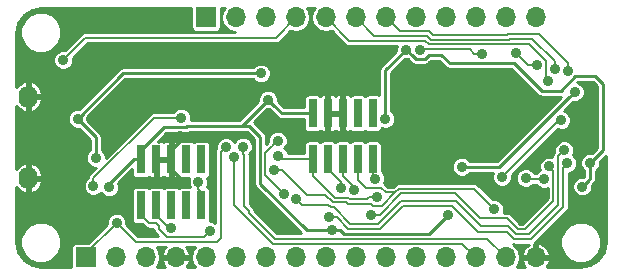
<source format=gbr>
G04 #@! TF.GenerationSoftware,KiCad,Pcbnew,(2017-05-26 revision 1fda668)-master*
G04 #@! TF.CreationDate,2017-06-12T11:29:52-07:00*
G04 #@! TF.ProjectId,feather_five,666561746865725F666976652E6B6963,rev?*
G04 #@! TF.FileFunction,Copper,L2,Bot,Signal*
G04 #@! TF.FilePolarity,Positive*
%FSLAX46Y46*%
G04 Gerber Fmt 4.6, Leading zero omitted, Abs format (unit mm)*
G04 Created by KiCad (PCBNEW (2017-05-26 revision 1fda668)-master) date Monday, June 12, 2017 'AMt' 11:29:52 AM*
%MOMM*%
%LPD*%
G01*
G04 APERTURE LIST*
%ADD10C,0.100000*%
%ADD11O,1.700000X1.700000*%
%ADD12R,1.700000X1.700000*%
%ADD13R,0.750000X2.400000*%
%ADD14O,1.600000X1.900000*%
%ADD15C,0.914400*%
%ADD16C,0.254000*%
%ADD17C,0.203200*%
G04 APERTURE END LIST*
D10*
D11*
X135890000Y-62230000D03*
X133350000Y-62230000D03*
X130810000Y-62230000D03*
X128270000Y-62230000D03*
X125730000Y-62230000D03*
X123190000Y-62230000D03*
X120650000Y-62230000D03*
X118110000Y-62230000D03*
X115570000Y-62230000D03*
X113030000Y-62230000D03*
X110490000Y-62230000D03*
D12*
X107950000Y-62230000D03*
D11*
X135890000Y-82550000D03*
X133350000Y-82550000D03*
X130810000Y-82550000D03*
X128270000Y-82550000D03*
X125730000Y-82550000D03*
X123190000Y-82550000D03*
X120650000Y-82550000D03*
X118110000Y-82550000D03*
X115570000Y-82550000D03*
X113030000Y-82550000D03*
X110490000Y-82550000D03*
X107950000Y-82550000D03*
X105410000Y-82550000D03*
X102870000Y-82550000D03*
X100330000Y-82550000D03*
D12*
X97790000Y-82550000D03*
D13*
X102463600Y-74250000D03*
X102463600Y-78150000D03*
X103733600Y-74250000D03*
X103733600Y-78150000D03*
X105003600Y-74250000D03*
X105003600Y-78150000D03*
X106273600Y-74250000D03*
X106273600Y-78150000D03*
X107543600Y-74250000D03*
X107543600Y-78150000D03*
X122072400Y-74238400D03*
X122072400Y-70338400D03*
X120802400Y-74238400D03*
X120802400Y-70338400D03*
X119532400Y-74238400D03*
X119532400Y-70338400D03*
X118262400Y-74238400D03*
X118262400Y-70338400D03*
X116992400Y-74238400D03*
X116992400Y-70338400D03*
D14*
X92892500Y-68940000D03*
X92892500Y-75840000D03*
D15*
X118665152Y-80226778D03*
X99771200Y-76631800D03*
X128422400Y-79007554D03*
X129619373Y-74885816D03*
X139166600Y-68554600D03*
X113207800Y-69189600D03*
X99014280Y-66456560D03*
X105740200Y-72308720D03*
X119684800Y-72186800D03*
X99923600Y-78054200D03*
X114390857Y-79476703D03*
X117664007Y-64145362D03*
X127078697Y-66265012D03*
X140766790Y-68249800D03*
X123889769Y-74661105D03*
X134245792Y-78781375D03*
X137490200Y-82473800D03*
X113639600Y-65379600D03*
X105892600Y-76250800D03*
X97180400Y-73812400D03*
X132763850Y-71919750D03*
X132763850Y-70632250D03*
X134051350Y-71919750D03*
X134051350Y-70632250D03*
X123148908Y-70831549D03*
X124920517Y-64955150D03*
X139801557Y-76555600D03*
X140487434Y-74549000D03*
X135026356Y-75831261D03*
X136601168Y-75903710D03*
X122289543Y-75884797D03*
X100380800Y-79603600D03*
X114020600Y-72669400D03*
X114575946Y-77216580D03*
X109641034Y-73207212D03*
X98628198Y-74117200D03*
X112604528Y-66981230D03*
X97078800Y-70815200D03*
X108254800Y-80340200D03*
X104973216Y-80055919D03*
X131310070Y-65303390D03*
X95859600Y-65836800D03*
X126101145Y-64959633D03*
X105873111Y-70733862D03*
X98425000Y-76504800D03*
X111087993Y-73187163D03*
X110357273Y-74066404D03*
X113745044Y-75143850D03*
X132372713Y-78479818D03*
X122443364Y-77431474D03*
X114071400Y-73964800D03*
X120497600Y-76885798D03*
X119343964Y-76713426D03*
X138018018Y-70942992D03*
X133023288Y-75741529D03*
X135959810Y-66285986D03*
X134170553Y-65247091D03*
X136943012Y-67619193D03*
X137467421Y-66611478D03*
X138567822Y-66752587D03*
X115617990Y-77620560D03*
X138277570Y-73480806D03*
X118358375Y-79152095D03*
X138557011Y-74598417D03*
X107315000Y-76149200D03*
X121899530Y-78934388D03*
X137007579Y-74855198D03*
D16*
X106377234Y-71399402D02*
X110413798Y-71399402D01*
X106255317Y-71521319D02*
X106377234Y-71399402D01*
X104367281Y-71521319D02*
X106255317Y-71521319D01*
X102463600Y-73425000D02*
X104367281Y-71521319D01*
X102463600Y-74250000D02*
X102463600Y-73425000D01*
X119311730Y-80226778D02*
X118665152Y-80226778D01*
X119641929Y-80556977D02*
X119311730Y-80226778D01*
X126872977Y-80556977D02*
X119641929Y-80556977D01*
X128422400Y-79007554D02*
X126872977Y-80556977D01*
X118018574Y-80226778D02*
X118665152Y-80226778D01*
X116472578Y-80226778D02*
X118018574Y-80226778D01*
X112547400Y-76301600D02*
X116472578Y-80226778D01*
X112547400Y-72339200D02*
X112547400Y-76301600D01*
X111607602Y-71399402D02*
X112547400Y-72339200D01*
X110413798Y-71399402D02*
X111607602Y-71399402D01*
X102463600Y-74250000D02*
X101834600Y-74250000D01*
X101834600Y-74250000D02*
X99771200Y-76313400D01*
X99771200Y-76313400D02*
X99771200Y-76631800D01*
X116992400Y-70338400D02*
X114356600Y-70338400D01*
X110413798Y-71399402D02*
X110997998Y-71399402D01*
X132790128Y-74879200D02*
X132783512Y-74885816D01*
X132783512Y-74885816D02*
X130265951Y-74885816D01*
X130265951Y-74885816D02*
X129619373Y-74885816D01*
X132790128Y-74879200D02*
X132790128Y-74880272D01*
X132790128Y-74879200D02*
X132765800Y-74879200D01*
X138709401Y-69011799D02*
X139166600Y-68554600D01*
X138657529Y-69011799D02*
X138709401Y-69011799D01*
X132790128Y-74879200D02*
X138657529Y-69011799D01*
X113664999Y-69646799D02*
X113207800Y-69189600D01*
X114356600Y-70338400D02*
X113664999Y-69646799D01*
X112750601Y-69646799D02*
X113207800Y-69189600D01*
X110997998Y-71399402D02*
X112750601Y-69646799D01*
X105740200Y-72688400D02*
X105740200Y-72308720D01*
X105003600Y-73425000D02*
X105740200Y-72688400D01*
X105003600Y-74250000D02*
X105003600Y-73425000D01*
X120040400Y-72085200D02*
X119786400Y-72085200D01*
X119786400Y-72085200D02*
X119684800Y-72186800D01*
X116878989Y-64146811D02*
X116880438Y-64145362D01*
X117017429Y-64145362D02*
X117664007Y-64145362D01*
X116880438Y-64145362D02*
X117017429Y-64145362D01*
X127000000Y-66413908D02*
X127000000Y-66343709D01*
X127000000Y-66343709D02*
X127078697Y-66265012D01*
X140766800Y-68249790D02*
X140766790Y-68249800D01*
X140766800Y-67716400D02*
X140766800Y-68249790D01*
X123494800Y-74625200D02*
X123530705Y-74661105D01*
X123530705Y-74661105D02*
X123889769Y-74661105D01*
X133908800Y-78917800D02*
X134045225Y-78781375D01*
X134045225Y-78781375D02*
X134245792Y-78781375D01*
X105892600Y-75964000D02*
X105892600Y-76250800D01*
X105003600Y-75075000D02*
X105892600Y-75964000D01*
X105003600Y-74250000D02*
X105003600Y-75075000D01*
X97180400Y-73812400D02*
X97586800Y-74218800D01*
X123148908Y-70184971D02*
X123148908Y-70831549D01*
X123148908Y-66726759D02*
X123148908Y-70184971D01*
X124920517Y-64955150D02*
X123148908Y-66726759D01*
X125377716Y-65412349D02*
X124920517Y-64955150D01*
X125712401Y-65747034D02*
X125377716Y-65412349D01*
X126846532Y-65379600D02*
X126479098Y-65747034D01*
X126479098Y-65747034D02*
X125712401Y-65747034D01*
X128574800Y-66090800D02*
X127863600Y-65379600D01*
X127863600Y-65379600D02*
X126846532Y-65379600D01*
X140919200Y-67233800D02*
X139204578Y-67233800D01*
X140956182Y-67259190D02*
X140944590Y-67259190D01*
X140944590Y-67259190D02*
X140919200Y-67233800D01*
X141554200Y-67857208D02*
X140956182Y-67259190D01*
X140487434Y-74549000D02*
X141554200Y-73482234D01*
X139204578Y-67233800D02*
X137985378Y-68453000D01*
X137985378Y-68453000D02*
X136372600Y-68453000D01*
X136372600Y-68453000D02*
X134010400Y-66090800D01*
X134010400Y-66090800D02*
X128574800Y-66090800D01*
X141554200Y-73482234D02*
X141554200Y-67857208D01*
X140487434Y-74549000D02*
X140487434Y-75869723D01*
X140487434Y-75869723D02*
X140258756Y-76098401D01*
X140258756Y-76098401D02*
X139801557Y-76555600D01*
D17*
X135098805Y-75903710D02*
X135026356Y-75831261D01*
X136601168Y-75903710D02*
X135098805Y-75903710D01*
X122072400Y-75667654D02*
X122289543Y-75884797D01*
X122072400Y-74238400D02*
X122072400Y-75667654D01*
X100380800Y-79603600D02*
X97790000Y-82194400D01*
X97790000Y-82194400D02*
X97790000Y-82550000D01*
X100837999Y-80060799D02*
X100380800Y-79603600D01*
X102006401Y-81229201D02*
X100837999Y-80060799D01*
X108864399Y-81229201D02*
X102006401Y-81229201D01*
X109183835Y-80909765D02*
X108864399Y-81229201D01*
X109183835Y-73664411D02*
X109183835Y-80909765D01*
X109641034Y-73207212D02*
X109183835Y-73664411D01*
X112979201Y-75619835D02*
X112979201Y-73710799D01*
X112979201Y-73710799D02*
X113563401Y-73126599D01*
X113563401Y-73126599D02*
X114020600Y-72669400D01*
X114575946Y-77216580D02*
X112979201Y-75619835D01*
D16*
X97078800Y-70815200D02*
X98628198Y-72364598D01*
X98628198Y-73470622D02*
X98628198Y-74117200D01*
X98628198Y-72364598D02*
X98628198Y-73470622D01*
X100912770Y-66981230D02*
X111957950Y-66981230D01*
X111957950Y-66981230D02*
X112604528Y-66981230D01*
X97078800Y-70815200D02*
X100912770Y-66981230D01*
D17*
X103962202Y-80172667D02*
X104612325Y-80822790D01*
X104612325Y-80822790D02*
X107772210Y-80822790D01*
X107772210Y-80822790D02*
X107797601Y-80797399D01*
X107797601Y-80797399D02*
X108254800Y-80340200D01*
X103962202Y-79872836D02*
X103962202Y-80172667D01*
X103744167Y-79654801D02*
X103962202Y-79872836D01*
X103143401Y-79654801D02*
X103744167Y-79654801D01*
X102463600Y-78975000D02*
X103143401Y-79654801D01*
X102463600Y-78150000D02*
X102463600Y-78975000D01*
X104814519Y-80055919D02*
X104973216Y-80055919D01*
X103733600Y-78975000D02*
X104814519Y-80055919D01*
X103733600Y-78150000D02*
X103733600Y-78975000D01*
X130663492Y-65303390D02*
X131310070Y-65303390D01*
X126112989Y-64947789D02*
X130307891Y-64947789D01*
X130307891Y-64947789D02*
X130663492Y-65303390D01*
X126101145Y-64959633D02*
X126112989Y-64947789D01*
X113842800Y-63957200D02*
X97739200Y-63957200D01*
X97739200Y-63957200D02*
X95859600Y-65836800D01*
X115570000Y-62230000D02*
X113842800Y-63957200D01*
X98425000Y-76504800D02*
X98425000Y-75858222D01*
X98425000Y-75858222D02*
X103549360Y-70733862D01*
X103549360Y-70733862D02*
X105226533Y-70733862D01*
X105226533Y-70733862D02*
X105873111Y-70733862D01*
X111087993Y-73833741D02*
X111087993Y-73187163D01*
X111175800Y-73921548D02*
X111087993Y-73833741D01*
X111175800Y-78232000D02*
X111175800Y-73921548D01*
X111562153Y-78618353D02*
X111175800Y-78232000D01*
X123924468Y-81000611D02*
X123912645Y-80988788D01*
X123912645Y-80988788D02*
X122467355Y-80988788D01*
X122467355Y-80988788D02*
X122455532Y-81000611D01*
X122455532Y-81000611D02*
X121384468Y-81000611D01*
X121384468Y-81000611D02*
X121372645Y-80988788D01*
X121372645Y-80988788D02*
X113780188Y-80988788D01*
X113780188Y-80988788D02*
X111562153Y-78770753D01*
X111562153Y-78770753D02*
X111562153Y-78618353D01*
X125007355Y-80988788D02*
X124995532Y-81000611D01*
X124995532Y-81000611D02*
X123924468Y-81000611D01*
X131788788Y-80988788D02*
X127547355Y-80988788D01*
X127547355Y-80988788D02*
X127535532Y-81000611D01*
X127535532Y-81000611D02*
X126464468Y-81000611D01*
X126464468Y-81000611D02*
X126452645Y-80988788D01*
X126452645Y-80988788D02*
X125007355Y-80988788D01*
X133350000Y-82550000D02*
X131788788Y-80988788D01*
X129655199Y-81395199D02*
X127715695Y-81395199D01*
X122623872Y-81407022D02*
X121216128Y-81407022D01*
X121216128Y-81407022D02*
X121204305Y-81395199D01*
X121204305Y-81395199D02*
X113611848Y-81395199D01*
X113611848Y-81395199D02*
X110357273Y-78140624D01*
X110357273Y-78140624D02*
X110357273Y-74712982D01*
X110357273Y-74712982D02*
X110357273Y-74066404D01*
X126284305Y-81395199D02*
X125175695Y-81395199D01*
X125175695Y-81395199D02*
X125163872Y-81407022D01*
X125163872Y-81407022D02*
X123756128Y-81407022D01*
X123756128Y-81407022D02*
X123744305Y-81395199D01*
X123744305Y-81395199D02*
X122635695Y-81395199D01*
X122635695Y-81395199D02*
X122623872Y-81407022D01*
X127715695Y-81395199D02*
X127703872Y-81407022D01*
X127703872Y-81407022D02*
X126296128Y-81407022D01*
X126296128Y-81407022D02*
X126284305Y-81395199D01*
X130810000Y-82550000D02*
X129655199Y-81395199D01*
X130810000Y-82550000D02*
X131216402Y-82143598D01*
X121500473Y-76669473D02*
X120802400Y-75971400D01*
X120802400Y-75971400D02*
X120802400Y-74238400D01*
X123977400Y-77048364D02*
X122832289Y-78193475D01*
X123977400Y-77048364D02*
X123188016Y-77048364D01*
X123188016Y-77048364D02*
X122809125Y-76669473D01*
X122809125Y-76669473D02*
X121500473Y-76669473D01*
X124292384Y-76733380D02*
X123977400Y-77048364D01*
X132372713Y-78479818D02*
X130626275Y-76733380D01*
X130626275Y-76733380D02*
X124292384Y-76733380D01*
X122832289Y-78193475D02*
X122077603Y-78193475D01*
X122077603Y-78193475D02*
X121938343Y-78054215D01*
X121938343Y-78054215D02*
X119963498Y-78054215D01*
X119963498Y-78054215D02*
X119814272Y-77904989D01*
X119814272Y-77904989D02*
X118674649Y-77904989D01*
X118674649Y-77904989D02*
X118016791Y-77247131D01*
X118016791Y-77247131D02*
X116494903Y-77247131D01*
X116494903Y-77247131D02*
X114391622Y-75143850D01*
X114391622Y-75143850D02*
X113745044Y-75143850D01*
X121580456Y-77647804D02*
X121796786Y-77431474D01*
X121796786Y-77431474D02*
X122443364Y-77431474D01*
X116992400Y-75641600D02*
X118849381Y-77498581D01*
X116992400Y-74238400D02*
X116992400Y-75641600D01*
X118849381Y-77498581D02*
X119982615Y-77498581D01*
X119982615Y-77498581D02*
X120131838Y-77647804D01*
X120131838Y-77647804D02*
X121580456Y-77647804D01*
X116992400Y-74238400D02*
X114345000Y-74238400D01*
X114345000Y-74238400D02*
X114071400Y-73964800D01*
X120497600Y-76606800D02*
X120497600Y-76885798D01*
X119532400Y-75641600D02*
X120497600Y-76606800D01*
X119532400Y-74238400D02*
X119532400Y-75641600D01*
X119343964Y-76144964D02*
X119343964Y-76713426D01*
X118262400Y-75063400D02*
X119343964Y-76144964D01*
X118262400Y-74238400D02*
X118262400Y-75063400D01*
X133023288Y-75741529D02*
X137821825Y-70942992D01*
X137821825Y-70942992D02*
X138018018Y-70942992D01*
X135209448Y-66285986D02*
X135313232Y-66285986D01*
X135313232Y-66285986D02*
X135959810Y-66285986D01*
X134170553Y-65247091D02*
X135209448Y-66285986D01*
X133804791Y-64485089D02*
X135274539Y-64485089D01*
X136713611Y-67389792D02*
X136943012Y-67619193D01*
X135274539Y-64485089D02*
X136713611Y-65924161D01*
X133773858Y-64516022D02*
X133804791Y-64485089D01*
X126807731Y-64516022D02*
X133773858Y-64516022D01*
X125290752Y-64197623D02*
X126489332Y-64197623D01*
X120073149Y-64193149D02*
X125286278Y-64193149D01*
X118110000Y-62230000D02*
X120073149Y-64193149D01*
X136713611Y-65924161D02*
X136713611Y-67389792D01*
X125286278Y-64193149D02*
X125290752Y-64197623D01*
X126489332Y-64197623D02*
X126807731Y-64516022D01*
X126657672Y-63791212D02*
X126976071Y-64109611D01*
X133605518Y-64109611D02*
X133636451Y-64078678D01*
X120650000Y-62230000D02*
X122211212Y-63791212D01*
X133636451Y-64078678D02*
X135581199Y-64078678D01*
X135581199Y-64078678D02*
X137467421Y-65964900D01*
X126976071Y-64109611D02*
X133605518Y-64109611D01*
X122211212Y-63791212D02*
X126657672Y-63791212D01*
X137467421Y-65964900D02*
X137467421Y-66611478D01*
X138567822Y-66106009D02*
X138567822Y-66752587D01*
X133437178Y-63703200D02*
X133468111Y-63672267D01*
X127144411Y-63703200D02*
X133437178Y-63703200D01*
X133468111Y-63672267D02*
X136134080Y-63672267D01*
X123190000Y-62230000D02*
X124344801Y-63384801D01*
X136134080Y-63672267D02*
X138567822Y-66106009D01*
X126826012Y-63384801D02*
X127144411Y-63703200D01*
X124344801Y-63384801D02*
X126826012Y-63384801D01*
X120142000Y-82550000D02*
X120650000Y-82550000D01*
X118272668Y-78077759D02*
X116075189Y-78077759D01*
X116075189Y-78077759D02*
X115617990Y-77620560D01*
X133492951Y-79908401D02*
X131267201Y-79908401D01*
X138277570Y-73480806D02*
X137769589Y-73988787D01*
X134169707Y-80585157D02*
X133492951Y-79908401D01*
X129133600Y-77774800D02*
X124425866Y-77774800D01*
X137769589Y-73988787D02*
X137769589Y-78155811D01*
X137769589Y-78155811D02*
X135340243Y-80585157D01*
X135340243Y-80585157D02*
X134169707Y-80585157D01*
X131267201Y-79908401D02*
X129133600Y-77774800D01*
X124425866Y-77774800D02*
X122504277Y-79696389D01*
X122504277Y-79696389D02*
X120155704Y-79696389D01*
X120155704Y-79696389D02*
X118770715Y-78311400D01*
X118770715Y-78311400D02*
X118506309Y-78311400D01*
X118506309Y-78311400D02*
X118272668Y-78077759D01*
X138557011Y-74598417D02*
X138176000Y-74979428D01*
X138176000Y-74979428D02*
X138176000Y-78324151D01*
X134001367Y-80991568D02*
X133451611Y-80441812D01*
X120007402Y-80125166D02*
X119034331Y-79152095D01*
X138176000Y-78324151D02*
X135508583Y-80991568D01*
X135508583Y-80991568D02*
X134001367Y-80991568D01*
X131013212Y-80441812D02*
X128816944Y-78245544D01*
X133451611Y-80441812D02*
X131013212Y-80441812D01*
X119004953Y-79152095D02*
X118358375Y-79152095D01*
X128816944Y-78245544D02*
X124598856Y-78245544D01*
X124598856Y-78245544D02*
X122719234Y-80125166D01*
X122719234Y-80125166D02*
X120007402Y-80125166D01*
X119034331Y-79152095D02*
X119004953Y-79152095D01*
X107315000Y-76149200D02*
X107315000Y-76795778D01*
X107315000Y-76795778D02*
X107543600Y-77024378D01*
X107543600Y-77024378D02*
X107543600Y-78150000D01*
X133401130Y-79241828D02*
X131175378Y-79241828D01*
X137007579Y-74855198D02*
X137363178Y-75210797D01*
X134338047Y-80178746D02*
X133401130Y-79241828D01*
X134933854Y-80178746D02*
X134338047Y-80178746D01*
X137363178Y-77749422D02*
X134933854Y-80178746D01*
X137363178Y-75210797D02*
X137363178Y-77749422D01*
X131175378Y-79241828D02*
X129073341Y-77139791D01*
X129073341Y-77139791D02*
X124486124Y-77139791D01*
X124486124Y-77139791D02*
X122691527Y-78934388D01*
X122691527Y-78934388D02*
X122546108Y-78934388D01*
X122546108Y-78934388D02*
X121899530Y-78934388D01*
D16*
G36*
X106711536Y-63080000D02*
X106741106Y-63228659D01*
X106825314Y-63354686D01*
X106951341Y-63438894D01*
X107100000Y-63468464D01*
X108800000Y-63468464D01*
X108948659Y-63438894D01*
X109074686Y-63354686D01*
X109158894Y-63228659D01*
X109188464Y-63080000D01*
X109188464Y-61416000D01*
X109565720Y-61416000D01*
X109352704Y-61734800D01*
X109259000Y-62205883D01*
X109259000Y-62254117D01*
X109352704Y-62725200D01*
X109619552Y-63124565D01*
X110018917Y-63391413D01*
X110437127Y-63474600D01*
X97739205Y-63474600D01*
X97739200Y-63474599D01*
X97554517Y-63511336D01*
X97397950Y-63615950D01*
X96015164Y-64998736D01*
X95693603Y-64998455D01*
X95385418Y-65125795D01*
X95149423Y-65361378D01*
X95021546Y-65669340D01*
X95021255Y-66002797D01*
X95148595Y-66310982D01*
X95384178Y-66546977D01*
X95692140Y-66674854D01*
X96025597Y-66675145D01*
X96333782Y-66547805D01*
X96569777Y-66312222D01*
X96697654Y-66004260D01*
X96697936Y-65680964D01*
X97939100Y-64439800D01*
X113842800Y-64439800D01*
X114027483Y-64403064D01*
X114184050Y-64298450D01*
X115094223Y-63388277D01*
X115098917Y-63391413D01*
X115570000Y-63485117D01*
X116041083Y-63391413D01*
X116440448Y-63124565D01*
X116707296Y-62725200D01*
X116801000Y-62254117D01*
X116801000Y-62205883D01*
X116707296Y-61734800D01*
X116494280Y-61416000D01*
X117185720Y-61416000D01*
X116972704Y-61734800D01*
X116879000Y-62205883D01*
X116879000Y-62254117D01*
X116972704Y-62725200D01*
X117239552Y-63124565D01*
X117638917Y-63391413D01*
X118110000Y-63485117D01*
X118581083Y-63391413D01*
X118585777Y-63388277D01*
X119731899Y-64534399D01*
X119888466Y-64639013D01*
X120073149Y-64675749D01*
X124128945Y-64675749D01*
X124082463Y-64787690D01*
X124082212Y-65075034D01*
X122789698Y-66367549D01*
X122679577Y-66532356D01*
X122640908Y-66726759D01*
X122640908Y-68809473D01*
X122596059Y-68779506D01*
X122447400Y-68749936D01*
X121697400Y-68749936D01*
X121548741Y-68779506D01*
X121437400Y-68853901D01*
X121326059Y-68779506D01*
X121177400Y-68749936D01*
X120427400Y-68749936D01*
X120278741Y-68779506D01*
X120163993Y-68856178D01*
X120123219Y-68815404D01*
X119983185Y-68757400D01*
X119754650Y-68757400D01*
X119659400Y-68852650D01*
X119659400Y-70211400D01*
X119679400Y-70211400D01*
X119679400Y-70465400D01*
X119659400Y-70465400D01*
X119659400Y-71824150D01*
X119754650Y-71919400D01*
X119983185Y-71919400D01*
X120123219Y-71861396D01*
X120163993Y-71820622D01*
X120278741Y-71897294D01*
X120427400Y-71926864D01*
X121177400Y-71926864D01*
X121326059Y-71897294D01*
X121437400Y-71822899D01*
X121548741Y-71897294D01*
X121697400Y-71926864D01*
X122447400Y-71926864D01*
X122596059Y-71897294D01*
X122722086Y-71813086D01*
X122806294Y-71687059D01*
X122822864Y-71603753D01*
X122981448Y-71669603D01*
X123314905Y-71669894D01*
X123623090Y-71542554D01*
X123859085Y-71306971D01*
X123986962Y-70999009D01*
X123987253Y-70665552D01*
X123859913Y-70357367D01*
X123656908Y-70154007D01*
X123656908Y-66937179D01*
X124800842Y-65793246D01*
X125040402Y-65793455D01*
X125353191Y-66106244D01*
X125517998Y-66216365D01*
X125712401Y-66255034D01*
X126479098Y-66255034D01*
X126673501Y-66216365D01*
X126838308Y-66106244D01*
X127056952Y-65887600D01*
X127653180Y-65887600D01*
X128215590Y-66450010D01*
X128380397Y-66560131D01*
X128574800Y-66598800D01*
X133799980Y-66598800D01*
X136013390Y-68812210D01*
X136178196Y-68922331D01*
X136210450Y-68928746D01*
X136372600Y-68961000D01*
X137985378Y-68961000D01*
X137991033Y-68959875D01*
X132573092Y-74377816D01*
X130296619Y-74377816D01*
X130094795Y-74175639D01*
X129786833Y-74047762D01*
X129453376Y-74047471D01*
X129145191Y-74174811D01*
X128909196Y-74410394D01*
X128781319Y-74718356D01*
X128781028Y-75051813D01*
X128908368Y-75359998D01*
X129143951Y-75595993D01*
X129451913Y-75723870D01*
X129785370Y-75724161D01*
X130093555Y-75596821D01*
X130296915Y-75393816D01*
X132260082Y-75393816D01*
X132185234Y-75574069D01*
X132184943Y-75907526D01*
X132312283Y-76215711D01*
X132547866Y-76451706D01*
X132855828Y-76579583D01*
X133189285Y-76579874D01*
X133497470Y-76452534D01*
X133733465Y-76216951D01*
X133861342Y-75908989D01*
X133861624Y-75585693D01*
X137720342Y-71726975D01*
X137850558Y-71781046D01*
X138184015Y-71781337D01*
X138492200Y-71653997D01*
X138728195Y-71418414D01*
X138856072Y-71110452D01*
X138856363Y-70776995D01*
X138729023Y-70468810D01*
X138493440Y-70232815D01*
X138254252Y-70133496D01*
X138912285Y-69475463D01*
X139036169Y-69392686D01*
X139332597Y-69392945D01*
X139640782Y-69265605D01*
X139876777Y-69030022D01*
X140004654Y-68722060D01*
X140004945Y-68388603D01*
X139877605Y-68080418D01*
X139642022Y-67844423D01*
X139409095Y-67747703D01*
X139414998Y-67741800D01*
X140720372Y-67741800D01*
X141046200Y-68067628D01*
X141046200Y-73271814D01*
X140607110Y-73710904D01*
X140321437Y-73710655D01*
X140013252Y-73837995D01*
X139777257Y-74073578D01*
X139649380Y-74381540D01*
X139649089Y-74714997D01*
X139776429Y-75023182D01*
X139979434Y-75226542D01*
X139979434Y-75659303D01*
X139921233Y-75717504D01*
X139635560Y-75717255D01*
X139327375Y-75844595D01*
X139091380Y-76080178D01*
X138963503Y-76388140D01*
X138963212Y-76721597D01*
X139090552Y-77029782D01*
X139326135Y-77265777D01*
X139634097Y-77393654D01*
X139967554Y-77393945D01*
X140275739Y-77266605D01*
X140511734Y-77031022D01*
X140639611Y-76723060D01*
X140639862Y-76435715D01*
X140846645Y-76228933D01*
X140956765Y-76064126D01*
X140995434Y-75869723D01*
X140995434Y-75226246D01*
X141197611Y-75024422D01*
X141325488Y-74716460D01*
X141325739Y-74429115D01*
X141784000Y-73970854D01*
X141784000Y-81235089D01*
X141617112Y-82074094D01*
X141167293Y-82747293D01*
X140494094Y-83197112D01*
X139655089Y-83364000D01*
X136792665Y-83364000D01*
X136867652Y-83298056D01*
X137079501Y-82866982D01*
X137019193Y-82677000D01*
X136017000Y-82677000D01*
X136017000Y-82697000D01*
X135763000Y-82697000D01*
X135763000Y-82677000D01*
X134760807Y-82677000D01*
X134700499Y-82866982D01*
X134912348Y-83298056D01*
X134987335Y-83364000D01*
X134274280Y-83364000D01*
X134487296Y-83045200D01*
X134581000Y-82574117D01*
X134581000Y-82525883D01*
X134487296Y-82054800D01*
X134220448Y-81655435D01*
X133927036Y-81459382D01*
X134001367Y-81474168D01*
X135298598Y-81474168D01*
X135273036Y-81484755D01*
X134912348Y-81801944D01*
X134700499Y-82233018D01*
X134760807Y-82423000D01*
X135763000Y-82423000D01*
X135763000Y-81421373D01*
X136017000Y-81421373D01*
X136017000Y-82423000D01*
X137019193Y-82423000D01*
X137079501Y-82233018D01*
X136867652Y-81801944D01*
X136663949Y-81622807D01*
X137968700Y-81622807D01*
X138231674Y-82259252D01*
X138718187Y-82746614D01*
X139354172Y-83010699D01*
X140042807Y-83011300D01*
X140679252Y-82748326D01*
X141166614Y-82261813D01*
X141430699Y-81625828D01*
X141431300Y-80937193D01*
X141168326Y-80300748D01*
X140681813Y-79813386D01*
X140045828Y-79549301D01*
X139357193Y-79548700D01*
X138720748Y-79811674D01*
X138233386Y-80298187D01*
X137969301Y-80934172D01*
X137968700Y-81622807D01*
X136663949Y-81622807D01*
X136506964Y-81484755D01*
X136206980Y-81360511D01*
X136017000Y-81421373D01*
X135763000Y-81421373D01*
X135732110Y-81411477D01*
X135849833Y-81332818D01*
X138517250Y-78665401D01*
X138621864Y-78508834D01*
X138658600Y-78324151D01*
X138658600Y-75436706D01*
X138723008Y-75436762D01*
X139031193Y-75309422D01*
X139267188Y-75073839D01*
X139395065Y-74765877D01*
X139395356Y-74432420D01*
X139268016Y-74124235D01*
X139032433Y-73888240D01*
X139018398Y-73882412D01*
X139115624Y-73648266D01*
X139115915Y-73314809D01*
X138988575Y-73006624D01*
X138752992Y-72770629D01*
X138445030Y-72642752D01*
X138111573Y-72642461D01*
X137803388Y-72769801D01*
X137567393Y-73005384D01*
X137439516Y-73313346D01*
X137439234Y-73636642D01*
X137428339Y-73647537D01*
X137323725Y-73804104D01*
X137286989Y-73988787D01*
X137286989Y-74063630D01*
X137175039Y-74017144D01*
X136841582Y-74016853D01*
X136533397Y-74144193D01*
X136297402Y-74379776D01*
X136169525Y-74687738D01*
X136169234Y-75021195D01*
X136223605Y-75152783D01*
X136126986Y-75192705D01*
X135898182Y-75421110D01*
X135763818Y-75421110D01*
X135737361Y-75357079D01*
X135501778Y-75121084D01*
X135193816Y-74993207D01*
X134860359Y-74992916D01*
X134552174Y-75120256D01*
X134316179Y-75355839D01*
X134188302Y-75663801D01*
X134188011Y-75997258D01*
X134315351Y-76305443D01*
X134550934Y-76541438D01*
X134858896Y-76669315D01*
X135192353Y-76669606D01*
X135500538Y-76542266D01*
X135656767Y-76386310D01*
X135898566Y-76386310D01*
X136125746Y-76613887D01*
X136433708Y-76741764D01*
X136767165Y-76742055D01*
X136880578Y-76695193D01*
X136880578Y-77549522D01*
X134733954Y-79696146D01*
X134537947Y-79696146D01*
X133742380Y-78900578D01*
X133585813Y-78795964D01*
X133401130Y-78759228D01*
X133164281Y-78759228D01*
X133210767Y-78647278D01*
X133211058Y-78313821D01*
X133083718Y-78005636D01*
X132848135Y-77769641D01*
X132540173Y-77641764D01*
X132216877Y-77641482D01*
X130967525Y-76392130D01*
X130810958Y-76287516D01*
X130626275Y-76250780D01*
X124292389Y-76250780D01*
X124292384Y-76250779D01*
X124107701Y-76287516D01*
X123951134Y-76392130D01*
X123951132Y-76392133D01*
X123777500Y-76565764D01*
X123387916Y-76565764D01*
X123150375Y-76328223D01*
X123042841Y-76256372D01*
X123127597Y-76052257D01*
X123127888Y-75718800D01*
X123000548Y-75410615D01*
X122835864Y-75245643D01*
X122835864Y-73038400D01*
X122806294Y-72889741D01*
X122722086Y-72763714D01*
X122596059Y-72679506D01*
X122447400Y-72649936D01*
X121697400Y-72649936D01*
X121548741Y-72679506D01*
X121437400Y-72753901D01*
X121326059Y-72679506D01*
X121177400Y-72649936D01*
X120427400Y-72649936D01*
X120278741Y-72679506D01*
X120167400Y-72753901D01*
X120056059Y-72679506D01*
X119907400Y-72649936D01*
X119157400Y-72649936D01*
X119008741Y-72679506D01*
X118897400Y-72753901D01*
X118786059Y-72679506D01*
X118637400Y-72649936D01*
X117887400Y-72649936D01*
X117738741Y-72679506D01*
X117627400Y-72753901D01*
X117516059Y-72679506D01*
X117367400Y-72649936D01*
X116617400Y-72649936D01*
X116468741Y-72679506D01*
X116342714Y-72763714D01*
X116258506Y-72889741D01*
X116228936Y-73038400D01*
X116228936Y-73755800D01*
X114891976Y-73755800D01*
X114782405Y-73490618D01*
X114583738Y-73291604D01*
X114730777Y-73144822D01*
X114858654Y-72836860D01*
X114858945Y-72503403D01*
X114731605Y-72195218D01*
X114496022Y-71959223D01*
X114188060Y-71831346D01*
X113854603Y-71831055D01*
X113546418Y-71958395D01*
X113310423Y-72193978D01*
X113182546Y-72501940D01*
X113182264Y-72825237D01*
X113055400Y-72952101D01*
X113055400Y-72339200D01*
X113016731Y-72144797D01*
X113016731Y-72144796D01*
X112906610Y-71979990D01*
X112021220Y-71094600D01*
X113088124Y-70027696D01*
X113327685Y-70027905D01*
X113997390Y-70697611D01*
X114162197Y-70807731D01*
X114356600Y-70846400D01*
X116228936Y-70846400D01*
X116228936Y-71538400D01*
X116258506Y-71687059D01*
X116342714Y-71813086D01*
X116468741Y-71897294D01*
X116617400Y-71926864D01*
X117367400Y-71926864D01*
X117516059Y-71897294D01*
X117630807Y-71820622D01*
X117671581Y-71861396D01*
X117811615Y-71919400D01*
X118040150Y-71919400D01*
X118135400Y-71824150D01*
X118135400Y-70465400D01*
X118389400Y-70465400D01*
X118389400Y-71824150D01*
X118484650Y-71919400D01*
X118713185Y-71919400D01*
X118853219Y-71861396D01*
X118897400Y-71817215D01*
X118941581Y-71861396D01*
X119081615Y-71919400D01*
X119310150Y-71919400D01*
X119405400Y-71824150D01*
X119405400Y-70465400D01*
X118389400Y-70465400D01*
X118135400Y-70465400D01*
X118115400Y-70465400D01*
X118115400Y-70211400D01*
X118135400Y-70211400D01*
X118135400Y-68852650D01*
X118389400Y-68852650D01*
X118389400Y-70211400D01*
X119405400Y-70211400D01*
X119405400Y-68852650D01*
X119310150Y-68757400D01*
X119081615Y-68757400D01*
X118941581Y-68815404D01*
X118897400Y-68859585D01*
X118853219Y-68815404D01*
X118713185Y-68757400D01*
X118484650Y-68757400D01*
X118389400Y-68852650D01*
X118135400Y-68852650D01*
X118040150Y-68757400D01*
X117811615Y-68757400D01*
X117671581Y-68815404D01*
X117630807Y-68856178D01*
X117516059Y-68779506D01*
X117367400Y-68749936D01*
X116617400Y-68749936D01*
X116468741Y-68779506D01*
X116342714Y-68863714D01*
X116258506Y-68989741D01*
X116228936Y-69138400D01*
X116228936Y-69830400D01*
X114567021Y-69830400D01*
X114045896Y-69309276D01*
X114046145Y-69023603D01*
X113918805Y-68715418D01*
X113683222Y-68479423D01*
X113375260Y-68351546D01*
X113041803Y-68351255D01*
X112733618Y-68478595D01*
X112497623Y-68714178D01*
X112369746Y-69022140D01*
X112369495Y-69309485D01*
X110787578Y-70891402D01*
X106711174Y-70891402D01*
X106711456Y-70567865D01*
X106584116Y-70259680D01*
X106348533Y-70023685D01*
X106040571Y-69895808D01*
X105707114Y-69895517D01*
X105398929Y-70022857D01*
X105170125Y-70251262D01*
X103549360Y-70251262D01*
X103364677Y-70287998D01*
X103208110Y-70392612D01*
X103208108Y-70392615D01*
X99466383Y-74134339D01*
X99466543Y-73951203D01*
X99339203Y-73643018D01*
X99136198Y-73439658D01*
X99136198Y-72364598D01*
X99097529Y-72170195D01*
X98987408Y-72005388D01*
X97916896Y-70934876D01*
X97917105Y-70695315D01*
X101123191Y-67489230D01*
X111927282Y-67489230D01*
X112129106Y-67691407D01*
X112437068Y-67819284D01*
X112770525Y-67819575D01*
X113078710Y-67692235D01*
X113314705Y-67456652D01*
X113442582Y-67148690D01*
X113442873Y-66815233D01*
X113315533Y-66507048D01*
X113079950Y-66271053D01*
X112771988Y-66143176D01*
X112438531Y-66142885D01*
X112130346Y-66270225D01*
X111926986Y-66473230D01*
X100912770Y-66473230D01*
X100750620Y-66505484D01*
X100718366Y-66511899D01*
X100553559Y-66622020D01*
X97198476Y-69977104D01*
X96912803Y-69976855D01*
X96604618Y-70104195D01*
X96368623Y-70339778D01*
X96240746Y-70647740D01*
X96240455Y-70981197D01*
X96367795Y-71289382D01*
X96603378Y-71525377D01*
X96911340Y-71653254D01*
X97198685Y-71653505D01*
X98120198Y-72575018D01*
X98120198Y-73439954D01*
X97918021Y-73641778D01*
X97790144Y-73949740D01*
X97789853Y-74283197D01*
X97917193Y-74591382D01*
X98152776Y-74827377D01*
X98460738Y-74955254D01*
X98645307Y-74955415D01*
X98083750Y-75516972D01*
X97979136Y-75673539D01*
X97955609Y-75791815D01*
X97950818Y-75793795D01*
X97714823Y-76029378D01*
X97586946Y-76337340D01*
X97586655Y-76670797D01*
X97713995Y-76978982D01*
X97949578Y-77214977D01*
X98257540Y-77342854D01*
X98590997Y-77343145D01*
X98899182Y-77215805D01*
X99045303Y-77069940D01*
X99060195Y-77105982D01*
X99295778Y-77341977D01*
X99603740Y-77469854D01*
X99937197Y-77470145D01*
X100245382Y-77342805D01*
X100481377Y-77107222D01*
X100609254Y-76799260D01*
X100609545Y-76465803D01*
X100529921Y-76273099D01*
X101700136Y-75102884D01*
X101700136Y-75450000D01*
X101729706Y-75598659D01*
X101813914Y-75724686D01*
X101939941Y-75808894D01*
X102088600Y-75838464D01*
X102838600Y-75838464D01*
X102987259Y-75808894D01*
X103102007Y-75732222D01*
X103142781Y-75772996D01*
X103282815Y-75831000D01*
X103511350Y-75831000D01*
X103606600Y-75735750D01*
X103606600Y-74377000D01*
X103860600Y-74377000D01*
X103860600Y-75735750D01*
X103955850Y-75831000D01*
X104184385Y-75831000D01*
X104324419Y-75772996D01*
X104368600Y-75728815D01*
X104412781Y-75772996D01*
X104552815Y-75831000D01*
X104781350Y-75831000D01*
X104876600Y-75735750D01*
X104876600Y-74377000D01*
X103860600Y-74377000D01*
X103606600Y-74377000D01*
X103586600Y-74377000D01*
X103586600Y-74123000D01*
X103606600Y-74123000D01*
X103606600Y-74103000D01*
X103860600Y-74103000D01*
X103860600Y-74123000D01*
X104876600Y-74123000D01*
X104876600Y-72764250D01*
X104781350Y-72669000D01*
X104552815Y-72669000D01*
X104412781Y-72727004D01*
X104368600Y-72771185D01*
X104324419Y-72727004D01*
X104184385Y-72669000D01*
X103955850Y-72669000D01*
X103860602Y-72764248D01*
X103860602Y-72746418D01*
X104577702Y-72029319D01*
X106255317Y-72029319D01*
X106449720Y-71990650D01*
X106574309Y-71907402D01*
X111397182Y-71907402D01*
X112039400Y-72549620D01*
X112039400Y-76301600D01*
X112078069Y-76496003D01*
X112188190Y-76660810D01*
X116033568Y-80506188D01*
X113980088Y-80506188D01*
X112032959Y-78559059D01*
X112008017Y-78433670D01*
X111982489Y-78395464D01*
X111903403Y-78277103D01*
X111903400Y-78277101D01*
X111658400Y-78032100D01*
X111658400Y-73921548D01*
X111638578Y-73821898D01*
X111798170Y-73662585D01*
X111926047Y-73354623D01*
X111926338Y-73021166D01*
X111798998Y-72712981D01*
X111563415Y-72476986D01*
X111255453Y-72349109D01*
X110921996Y-72348818D01*
X110613811Y-72476158D01*
X110377816Y-72711741D01*
X110360487Y-72753475D01*
X110352039Y-72733030D01*
X110116456Y-72497035D01*
X109808494Y-72369158D01*
X109475037Y-72368867D01*
X109166852Y-72496207D01*
X108930857Y-72731790D01*
X108802980Y-73039752D01*
X108802689Y-73373209D01*
X108805156Y-73379179D01*
X108737971Y-73479728D01*
X108701235Y-73664411D01*
X108701235Y-79617987D01*
X108422260Y-79502146D01*
X108275250Y-79502018D01*
X108277494Y-79498659D01*
X108307064Y-79350000D01*
X108307064Y-76950000D01*
X108277494Y-76801341D01*
X108193286Y-76675314D01*
X108067259Y-76591106D01*
X108041243Y-76585931D01*
X108153054Y-76316660D01*
X108153345Y-75983203D01*
X108078279Y-75801531D01*
X108193286Y-75724686D01*
X108277494Y-75598659D01*
X108307064Y-75450000D01*
X108307064Y-73050000D01*
X108277494Y-72901341D01*
X108193286Y-72775314D01*
X108067259Y-72691106D01*
X107918600Y-72661536D01*
X107168600Y-72661536D01*
X107019941Y-72691106D01*
X106908600Y-72765501D01*
X106797259Y-72691106D01*
X106648600Y-72661536D01*
X105898600Y-72661536D01*
X105749941Y-72691106D01*
X105635193Y-72767778D01*
X105594419Y-72727004D01*
X105454385Y-72669000D01*
X105225850Y-72669000D01*
X105130600Y-72764250D01*
X105130600Y-74123000D01*
X105150600Y-74123000D01*
X105150600Y-74377000D01*
X105130600Y-74377000D01*
X105130600Y-75735750D01*
X105225850Y-75831000D01*
X105454385Y-75831000D01*
X105594419Y-75772996D01*
X105635193Y-75732222D01*
X105749941Y-75808894D01*
X105898600Y-75838464D01*
X106536439Y-75838464D01*
X106476946Y-75981740D01*
X106476655Y-76315197D01*
X106578441Y-76561536D01*
X105898600Y-76561536D01*
X105749941Y-76591106D01*
X105638600Y-76665501D01*
X105527259Y-76591106D01*
X105378600Y-76561536D01*
X104628600Y-76561536D01*
X104479941Y-76591106D01*
X104368600Y-76665501D01*
X104257259Y-76591106D01*
X104108600Y-76561536D01*
X103358600Y-76561536D01*
X103209941Y-76591106D01*
X103098600Y-76665501D01*
X102987259Y-76591106D01*
X102838600Y-76561536D01*
X102088600Y-76561536D01*
X101939941Y-76591106D01*
X101813914Y-76675314D01*
X101729706Y-76801341D01*
X101700136Y-76950000D01*
X101700136Y-79350000D01*
X101729706Y-79498659D01*
X101813914Y-79624686D01*
X101939941Y-79708894D01*
X102088600Y-79738464D01*
X102544564Y-79738464D01*
X102802151Y-79996051D01*
X102958718Y-80100665D01*
X103143401Y-80137402D01*
X103143406Y-80137401D01*
X103479602Y-80137401D01*
X103479602Y-80172667D01*
X103516338Y-80357350D01*
X103620952Y-80513917D01*
X103853636Y-80746601D01*
X102206301Y-80746601D01*
X101218864Y-79759164D01*
X101219145Y-79437603D01*
X101091805Y-79129418D01*
X100856222Y-78893423D01*
X100548260Y-78765546D01*
X100214803Y-78765255D01*
X99906618Y-78892595D01*
X99670623Y-79128178D01*
X99542746Y-79436140D01*
X99542464Y-79759437D01*
X97990364Y-81311536D01*
X96940000Y-81311536D01*
X96791341Y-81341106D01*
X96665314Y-81425314D01*
X96581106Y-81551341D01*
X96551536Y-81700000D01*
X96551536Y-83364000D01*
X94024911Y-83364000D01*
X93185906Y-83197112D01*
X92512707Y-82747293D01*
X92062888Y-82074094D01*
X91973122Y-81622807D01*
X92248700Y-81622807D01*
X92511674Y-82259252D01*
X92998187Y-82746614D01*
X93634172Y-83010699D01*
X94322807Y-83011300D01*
X94959252Y-82748326D01*
X95446614Y-82261813D01*
X95710699Y-81625828D01*
X95711300Y-80937193D01*
X95448326Y-80300748D01*
X94961813Y-79813386D01*
X94325828Y-79549301D01*
X93637193Y-79548700D01*
X93000748Y-79811674D01*
X92513386Y-80298187D01*
X92249301Y-80934172D01*
X92248700Y-81622807D01*
X91973122Y-81622807D01*
X91896000Y-81235089D01*
X91896000Y-76614583D01*
X92178993Y-76932929D01*
X92583386Y-77129829D01*
X92765500Y-77068297D01*
X92765500Y-75967000D01*
X93019500Y-75967000D01*
X93019500Y-77068297D01*
X93201614Y-77129829D01*
X93606007Y-76932929D01*
X93912538Y-76588105D01*
X94063777Y-76152225D01*
X93979484Y-75967000D01*
X93019500Y-75967000D01*
X92765500Y-75967000D01*
X92745500Y-75967000D01*
X92745500Y-75713000D01*
X92765500Y-75713000D01*
X92765500Y-74611703D01*
X93019500Y-74611703D01*
X93019500Y-75713000D01*
X93979484Y-75713000D01*
X94063777Y-75527775D01*
X93912538Y-75091895D01*
X93606007Y-74747071D01*
X93201614Y-74550171D01*
X93019500Y-74611703D01*
X92765500Y-74611703D01*
X92583386Y-74550171D01*
X92178993Y-74747071D01*
X91896000Y-75065417D01*
X91896000Y-69714583D01*
X92178993Y-70032929D01*
X92583386Y-70229829D01*
X92765500Y-70168297D01*
X92765500Y-69067000D01*
X93019500Y-69067000D01*
X93019500Y-70168297D01*
X93201614Y-70229829D01*
X93606007Y-70032929D01*
X93912538Y-69688105D01*
X94063777Y-69252225D01*
X93979484Y-69067000D01*
X93019500Y-69067000D01*
X92765500Y-69067000D01*
X92745500Y-69067000D01*
X92745500Y-68813000D01*
X92765500Y-68813000D01*
X92765500Y-67711703D01*
X93019500Y-67711703D01*
X93019500Y-68813000D01*
X93979484Y-68813000D01*
X94063777Y-68627775D01*
X93912538Y-68191895D01*
X93606007Y-67847071D01*
X93201614Y-67650171D01*
X93019500Y-67711703D01*
X92765500Y-67711703D01*
X92583386Y-67650171D01*
X92178993Y-67847071D01*
X91896000Y-68165417D01*
X91896000Y-63842807D01*
X92248700Y-63842807D01*
X92511674Y-64479252D01*
X92998187Y-64966614D01*
X93634172Y-65230699D01*
X94322807Y-65231300D01*
X94959252Y-64968326D01*
X95446614Y-64481813D01*
X95710699Y-63845828D01*
X95711300Y-63157193D01*
X95448326Y-62520748D01*
X94961813Y-62033386D01*
X94325828Y-61769301D01*
X93637193Y-61768700D01*
X93000748Y-62031674D01*
X92513386Y-62518187D01*
X92249301Y-63154172D01*
X92248700Y-63842807D01*
X91896000Y-63842807D01*
X91896000Y-63544911D01*
X92062888Y-62705906D01*
X92512707Y-62032707D01*
X93185906Y-61582888D01*
X94024911Y-61416000D01*
X106711536Y-61416000D01*
X106711536Y-63080000D01*
X106711536Y-63080000D01*
G37*
X106711536Y-63080000D02*
X106741106Y-63228659D01*
X106825314Y-63354686D01*
X106951341Y-63438894D01*
X107100000Y-63468464D01*
X108800000Y-63468464D01*
X108948659Y-63438894D01*
X109074686Y-63354686D01*
X109158894Y-63228659D01*
X109188464Y-63080000D01*
X109188464Y-61416000D01*
X109565720Y-61416000D01*
X109352704Y-61734800D01*
X109259000Y-62205883D01*
X109259000Y-62254117D01*
X109352704Y-62725200D01*
X109619552Y-63124565D01*
X110018917Y-63391413D01*
X110437127Y-63474600D01*
X97739205Y-63474600D01*
X97739200Y-63474599D01*
X97554517Y-63511336D01*
X97397950Y-63615950D01*
X96015164Y-64998736D01*
X95693603Y-64998455D01*
X95385418Y-65125795D01*
X95149423Y-65361378D01*
X95021546Y-65669340D01*
X95021255Y-66002797D01*
X95148595Y-66310982D01*
X95384178Y-66546977D01*
X95692140Y-66674854D01*
X96025597Y-66675145D01*
X96333782Y-66547805D01*
X96569777Y-66312222D01*
X96697654Y-66004260D01*
X96697936Y-65680964D01*
X97939100Y-64439800D01*
X113842800Y-64439800D01*
X114027483Y-64403064D01*
X114184050Y-64298450D01*
X115094223Y-63388277D01*
X115098917Y-63391413D01*
X115570000Y-63485117D01*
X116041083Y-63391413D01*
X116440448Y-63124565D01*
X116707296Y-62725200D01*
X116801000Y-62254117D01*
X116801000Y-62205883D01*
X116707296Y-61734800D01*
X116494280Y-61416000D01*
X117185720Y-61416000D01*
X116972704Y-61734800D01*
X116879000Y-62205883D01*
X116879000Y-62254117D01*
X116972704Y-62725200D01*
X117239552Y-63124565D01*
X117638917Y-63391413D01*
X118110000Y-63485117D01*
X118581083Y-63391413D01*
X118585777Y-63388277D01*
X119731899Y-64534399D01*
X119888466Y-64639013D01*
X120073149Y-64675749D01*
X124128945Y-64675749D01*
X124082463Y-64787690D01*
X124082212Y-65075034D01*
X122789698Y-66367549D01*
X122679577Y-66532356D01*
X122640908Y-66726759D01*
X122640908Y-68809473D01*
X122596059Y-68779506D01*
X122447400Y-68749936D01*
X121697400Y-68749936D01*
X121548741Y-68779506D01*
X121437400Y-68853901D01*
X121326059Y-68779506D01*
X121177400Y-68749936D01*
X120427400Y-68749936D01*
X120278741Y-68779506D01*
X120163993Y-68856178D01*
X120123219Y-68815404D01*
X119983185Y-68757400D01*
X119754650Y-68757400D01*
X119659400Y-68852650D01*
X119659400Y-70211400D01*
X119679400Y-70211400D01*
X119679400Y-70465400D01*
X119659400Y-70465400D01*
X119659400Y-71824150D01*
X119754650Y-71919400D01*
X119983185Y-71919400D01*
X120123219Y-71861396D01*
X120163993Y-71820622D01*
X120278741Y-71897294D01*
X120427400Y-71926864D01*
X121177400Y-71926864D01*
X121326059Y-71897294D01*
X121437400Y-71822899D01*
X121548741Y-71897294D01*
X121697400Y-71926864D01*
X122447400Y-71926864D01*
X122596059Y-71897294D01*
X122722086Y-71813086D01*
X122806294Y-71687059D01*
X122822864Y-71603753D01*
X122981448Y-71669603D01*
X123314905Y-71669894D01*
X123623090Y-71542554D01*
X123859085Y-71306971D01*
X123986962Y-70999009D01*
X123987253Y-70665552D01*
X123859913Y-70357367D01*
X123656908Y-70154007D01*
X123656908Y-66937179D01*
X124800842Y-65793246D01*
X125040402Y-65793455D01*
X125353191Y-66106244D01*
X125517998Y-66216365D01*
X125712401Y-66255034D01*
X126479098Y-66255034D01*
X126673501Y-66216365D01*
X126838308Y-66106244D01*
X127056952Y-65887600D01*
X127653180Y-65887600D01*
X128215590Y-66450010D01*
X128380397Y-66560131D01*
X128574800Y-66598800D01*
X133799980Y-66598800D01*
X136013390Y-68812210D01*
X136178196Y-68922331D01*
X136210450Y-68928746D01*
X136372600Y-68961000D01*
X137985378Y-68961000D01*
X137991033Y-68959875D01*
X132573092Y-74377816D01*
X130296619Y-74377816D01*
X130094795Y-74175639D01*
X129786833Y-74047762D01*
X129453376Y-74047471D01*
X129145191Y-74174811D01*
X128909196Y-74410394D01*
X128781319Y-74718356D01*
X128781028Y-75051813D01*
X128908368Y-75359998D01*
X129143951Y-75595993D01*
X129451913Y-75723870D01*
X129785370Y-75724161D01*
X130093555Y-75596821D01*
X130296915Y-75393816D01*
X132260082Y-75393816D01*
X132185234Y-75574069D01*
X132184943Y-75907526D01*
X132312283Y-76215711D01*
X132547866Y-76451706D01*
X132855828Y-76579583D01*
X133189285Y-76579874D01*
X133497470Y-76452534D01*
X133733465Y-76216951D01*
X133861342Y-75908989D01*
X133861624Y-75585693D01*
X137720342Y-71726975D01*
X137850558Y-71781046D01*
X138184015Y-71781337D01*
X138492200Y-71653997D01*
X138728195Y-71418414D01*
X138856072Y-71110452D01*
X138856363Y-70776995D01*
X138729023Y-70468810D01*
X138493440Y-70232815D01*
X138254252Y-70133496D01*
X138912285Y-69475463D01*
X139036169Y-69392686D01*
X139332597Y-69392945D01*
X139640782Y-69265605D01*
X139876777Y-69030022D01*
X140004654Y-68722060D01*
X140004945Y-68388603D01*
X139877605Y-68080418D01*
X139642022Y-67844423D01*
X139409095Y-67747703D01*
X139414998Y-67741800D01*
X140720372Y-67741800D01*
X141046200Y-68067628D01*
X141046200Y-73271814D01*
X140607110Y-73710904D01*
X140321437Y-73710655D01*
X140013252Y-73837995D01*
X139777257Y-74073578D01*
X139649380Y-74381540D01*
X139649089Y-74714997D01*
X139776429Y-75023182D01*
X139979434Y-75226542D01*
X139979434Y-75659303D01*
X139921233Y-75717504D01*
X139635560Y-75717255D01*
X139327375Y-75844595D01*
X139091380Y-76080178D01*
X138963503Y-76388140D01*
X138963212Y-76721597D01*
X139090552Y-77029782D01*
X139326135Y-77265777D01*
X139634097Y-77393654D01*
X139967554Y-77393945D01*
X140275739Y-77266605D01*
X140511734Y-77031022D01*
X140639611Y-76723060D01*
X140639862Y-76435715D01*
X140846645Y-76228933D01*
X140956765Y-76064126D01*
X140995434Y-75869723D01*
X140995434Y-75226246D01*
X141197611Y-75024422D01*
X141325488Y-74716460D01*
X141325739Y-74429115D01*
X141784000Y-73970854D01*
X141784000Y-81235089D01*
X141617112Y-82074094D01*
X141167293Y-82747293D01*
X140494094Y-83197112D01*
X139655089Y-83364000D01*
X136792665Y-83364000D01*
X136867652Y-83298056D01*
X137079501Y-82866982D01*
X137019193Y-82677000D01*
X136017000Y-82677000D01*
X136017000Y-82697000D01*
X135763000Y-82697000D01*
X135763000Y-82677000D01*
X134760807Y-82677000D01*
X134700499Y-82866982D01*
X134912348Y-83298056D01*
X134987335Y-83364000D01*
X134274280Y-83364000D01*
X134487296Y-83045200D01*
X134581000Y-82574117D01*
X134581000Y-82525883D01*
X134487296Y-82054800D01*
X134220448Y-81655435D01*
X133927036Y-81459382D01*
X134001367Y-81474168D01*
X135298598Y-81474168D01*
X135273036Y-81484755D01*
X134912348Y-81801944D01*
X134700499Y-82233018D01*
X134760807Y-82423000D01*
X135763000Y-82423000D01*
X135763000Y-81421373D01*
X136017000Y-81421373D01*
X136017000Y-82423000D01*
X137019193Y-82423000D01*
X137079501Y-82233018D01*
X136867652Y-81801944D01*
X136663949Y-81622807D01*
X137968700Y-81622807D01*
X138231674Y-82259252D01*
X138718187Y-82746614D01*
X139354172Y-83010699D01*
X140042807Y-83011300D01*
X140679252Y-82748326D01*
X141166614Y-82261813D01*
X141430699Y-81625828D01*
X141431300Y-80937193D01*
X141168326Y-80300748D01*
X140681813Y-79813386D01*
X140045828Y-79549301D01*
X139357193Y-79548700D01*
X138720748Y-79811674D01*
X138233386Y-80298187D01*
X137969301Y-80934172D01*
X137968700Y-81622807D01*
X136663949Y-81622807D01*
X136506964Y-81484755D01*
X136206980Y-81360511D01*
X136017000Y-81421373D01*
X135763000Y-81421373D01*
X135732110Y-81411477D01*
X135849833Y-81332818D01*
X138517250Y-78665401D01*
X138621864Y-78508834D01*
X138658600Y-78324151D01*
X138658600Y-75436706D01*
X138723008Y-75436762D01*
X139031193Y-75309422D01*
X139267188Y-75073839D01*
X139395065Y-74765877D01*
X139395356Y-74432420D01*
X139268016Y-74124235D01*
X139032433Y-73888240D01*
X139018398Y-73882412D01*
X139115624Y-73648266D01*
X139115915Y-73314809D01*
X138988575Y-73006624D01*
X138752992Y-72770629D01*
X138445030Y-72642752D01*
X138111573Y-72642461D01*
X137803388Y-72769801D01*
X137567393Y-73005384D01*
X137439516Y-73313346D01*
X137439234Y-73636642D01*
X137428339Y-73647537D01*
X137323725Y-73804104D01*
X137286989Y-73988787D01*
X137286989Y-74063630D01*
X137175039Y-74017144D01*
X136841582Y-74016853D01*
X136533397Y-74144193D01*
X136297402Y-74379776D01*
X136169525Y-74687738D01*
X136169234Y-75021195D01*
X136223605Y-75152783D01*
X136126986Y-75192705D01*
X135898182Y-75421110D01*
X135763818Y-75421110D01*
X135737361Y-75357079D01*
X135501778Y-75121084D01*
X135193816Y-74993207D01*
X134860359Y-74992916D01*
X134552174Y-75120256D01*
X134316179Y-75355839D01*
X134188302Y-75663801D01*
X134188011Y-75997258D01*
X134315351Y-76305443D01*
X134550934Y-76541438D01*
X134858896Y-76669315D01*
X135192353Y-76669606D01*
X135500538Y-76542266D01*
X135656767Y-76386310D01*
X135898566Y-76386310D01*
X136125746Y-76613887D01*
X136433708Y-76741764D01*
X136767165Y-76742055D01*
X136880578Y-76695193D01*
X136880578Y-77549522D01*
X134733954Y-79696146D01*
X134537947Y-79696146D01*
X133742380Y-78900578D01*
X133585813Y-78795964D01*
X133401130Y-78759228D01*
X133164281Y-78759228D01*
X133210767Y-78647278D01*
X133211058Y-78313821D01*
X133083718Y-78005636D01*
X132848135Y-77769641D01*
X132540173Y-77641764D01*
X132216877Y-77641482D01*
X130967525Y-76392130D01*
X130810958Y-76287516D01*
X130626275Y-76250780D01*
X124292389Y-76250780D01*
X124292384Y-76250779D01*
X124107701Y-76287516D01*
X123951134Y-76392130D01*
X123951132Y-76392133D01*
X123777500Y-76565764D01*
X123387916Y-76565764D01*
X123150375Y-76328223D01*
X123042841Y-76256372D01*
X123127597Y-76052257D01*
X123127888Y-75718800D01*
X123000548Y-75410615D01*
X122835864Y-75245643D01*
X122835864Y-73038400D01*
X122806294Y-72889741D01*
X122722086Y-72763714D01*
X122596059Y-72679506D01*
X122447400Y-72649936D01*
X121697400Y-72649936D01*
X121548741Y-72679506D01*
X121437400Y-72753901D01*
X121326059Y-72679506D01*
X121177400Y-72649936D01*
X120427400Y-72649936D01*
X120278741Y-72679506D01*
X120167400Y-72753901D01*
X120056059Y-72679506D01*
X119907400Y-72649936D01*
X119157400Y-72649936D01*
X119008741Y-72679506D01*
X118897400Y-72753901D01*
X118786059Y-72679506D01*
X118637400Y-72649936D01*
X117887400Y-72649936D01*
X117738741Y-72679506D01*
X117627400Y-72753901D01*
X117516059Y-72679506D01*
X117367400Y-72649936D01*
X116617400Y-72649936D01*
X116468741Y-72679506D01*
X116342714Y-72763714D01*
X116258506Y-72889741D01*
X116228936Y-73038400D01*
X116228936Y-73755800D01*
X114891976Y-73755800D01*
X114782405Y-73490618D01*
X114583738Y-73291604D01*
X114730777Y-73144822D01*
X114858654Y-72836860D01*
X114858945Y-72503403D01*
X114731605Y-72195218D01*
X114496022Y-71959223D01*
X114188060Y-71831346D01*
X113854603Y-71831055D01*
X113546418Y-71958395D01*
X113310423Y-72193978D01*
X113182546Y-72501940D01*
X113182264Y-72825237D01*
X113055400Y-72952101D01*
X113055400Y-72339200D01*
X113016731Y-72144797D01*
X113016731Y-72144796D01*
X112906610Y-71979990D01*
X112021220Y-71094600D01*
X113088124Y-70027696D01*
X113327685Y-70027905D01*
X113997390Y-70697611D01*
X114162197Y-70807731D01*
X114356600Y-70846400D01*
X116228936Y-70846400D01*
X116228936Y-71538400D01*
X116258506Y-71687059D01*
X116342714Y-71813086D01*
X116468741Y-71897294D01*
X116617400Y-71926864D01*
X117367400Y-71926864D01*
X117516059Y-71897294D01*
X117630807Y-71820622D01*
X117671581Y-71861396D01*
X117811615Y-71919400D01*
X118040150Y-71919400D01*
X118135400Y-71824150D01*
X118135400Y-70465400D01*
X118389400Y-70465400D01*
X118389400Y-71824150D01*
X118484650Y-71919400D01*
X118713185Y-71919400D01*
X118853219Y-71861396D01*
X118897400Y-71817215D01*
X118941581Y-71861396D01*
X119081615Y-71919400D01*
X119310150Y-71919400D01*
X119405400Y-71824150D01*
X119405400Y-70465400D01*
X118389400Y-70465400D01*
X118135400Y-70465400D01*
X118115400Y-70465400D01*
X118115400Y-70211400D01*
X118135400Y-70211400D01*
X118135400Y-68852650D01*
X118389400Y-68852650D01*
X118389400Y-70211400D01*
X119405400Y-70211400D01*
X119405400Y-68852650D01*
X119310150Y-68757400D01*
X119081615Y-68757400D01*
X118941581Y-68815404D01*
X118897400Y-68859585D01*
X118853219Y-68815404D01*
X118713185Y-68757400D01*
X118484650Y-68757400D01*
X118389400Y-68852650D01*
X118135400Y-68852650D01*
X118040150Y-68757400D01*
X117811615Y-68757400D01*
X117671581Y-68815404D01*
X117630807Y-68856178D01*
X117516059Y-68779506D01*
X117367400Y-68749936D01*
X116617400Y-68749936D01*
X116468741Y-68779506D01*
X116342714Y-68863714D01*
X116258506Y-68989741D01*
X116228936Y-69138400D01*
X116228936Y-69830400D01*
X114567021Y-69830400D01*
X114045896Y-69309276D01*
X114046145Y-69023603D01*
X113918805Y-68715418D01*
X113683222Y-68479423D01*
X113375260Y-68351546D01*
X113041803Y-68351255D01*
X112733618Y-68478595D01*
X112497623Y-68714178D01*
X112369746Y-69022140D01*
X112369495Y-69309485D01*
X110787578Y-70891402D01*
X106711174Y-70891402D01*
X106711456Y-70567865D01*
X106584116Y-70259680D01*
X106348533Y-70023685D01*
X106040571Y-69895808D01*
X105707114Y-69895517D01*
X105398929Y-70022857D01*
X105170125Y-70251262D01*
X103549360Y-70251262D01*
X103364677Y-70287998D01*
X103208110Y-70392612D01*
X103208108Y-70392615D01*
X99466383Y-74134339D01*
X99466543Y-73951203D01*
X99339203Y-73643018D01*
X99136198Y-73439658D01*
X99136198Y-72364598D01*
X99097529Y-72170195D01*
X98987408Y-72005388D01*
X97916896Y-70934876D01*
X97917105Y-70695315D01*
X101123191Y-67489230D01*
X111927282Y-67489230D01*
X112129106Y-67691407D01*
X112437068Y-67819284D01*
X112770525Y-67819575D01*
X113078710Y-67692235D01*
X113314705Y-67456652D01*
X113442582Y-67148690D01*
X113442873Y-66815233D01*
X113315533Y-66507048D01*
X113079950Y-66271053D01*
X112771988Y-66143176D01*
X112438531Y-66142885D01*
X112130346Y-66270225D01*
X111926986Y-66473230D01*
X100912770Y-66473230D01*
X100750620Y-66505484D01*
X100718366Y-66511899D01*
X100553559Y-66622020D01*
X97198476Y-69977104D01*
X96912803Y-69976855D01*
X96604618Y-70104195D01*
X96368623Y-70339778D01*
X96240746Y-70647740D01*
X96240455Y-70981197D01*
X96367795Y-71289382D01*
X96603378Y-71525377D01*
X96911340Y-71653254D01*
X97198685Y-71653505D01*
X98120198Y-72575018D01*
X98120198Y-73439954D01*
X97918021Y-73641778D01*
X97790144Y-73949740D01*
X97789853Y-74283197D01*
X97917193Y-74591382D01*
X98152776Y-74827377D01*
X98460738Y-74955254D01*
X98645307Y-74955415D01*
X98083750Y-75516972D01*
X97979136Y-75673539D01*
X97955609Y-75791815D01*
X97950818Y-75793795D01*
X97714823Y-76029378D01*
X97586946Y-76337340D01*
X97586655Y-76670797D01*
X97713995Y-76978982D01*
X97949578Y-77214977D01*
X98257540Y-77342854D01*
X98590997Y-77343145D01*
X98899182Y-77215805D01*
X99045303Y-77069940D01*
X99060195Y-77105982D01*
X99295778Y-77341977D01*
X99603740Y-77469854D01*
X99937197Y-77470145D01*
X100245382Y-77342805D01*
X100481377Y-77107222D01*
X100609254Y-76799260D01*
X100609545Y-76465803D01*
X100529921Y-76273099D01*
X101700136Y-75102884D01*
X101700136Y-75450000D01*
X101729706Y-75598659D01*
X101813914Y-75724686D01*
X101939941Y-75808894D01*
X102088600Y-75838464D01*
X102838600Y-75838464D01*
X102987259Y-75808894D01*
X103102007Y-75732222D01*
X103142781Y-75772996D01*
X103282815Y-75831000D01*
X103511350Y-75831000D01*
X103606600Y-75735750D01*
X103606600Y-74377000D01*
X103860600Y-74377000D01*
X103860600Y-75735750D01*
X103955850Y-75831000D01*
X104184385Y-75831000D01*
X104324419Y-75772996D01*
X104368600Y-75728815D01*
X104412781Y-75772996D01*
X104552815Y-75831000D01*
X104781350Y-75831000D01*
X104876600Y-75735750D01*
X104876600Y-74377000D01*
X103860600Y-74377000D01*
X103606600Y-74377000D01*
X103586600Y-74377000D01*
X103586600Y-74123000D01*
X103606600Y-74123000D01*
X103606600Y-74103000D01*
X103860600Y-74103000D01*
X103860600Y-74123000D01*
X104876600Y-74123000D01*
X104876600Y-72764250D01*
X104781350Y-72669000D01*
X104552815Y-72669000D01*
X104412781Y-72727004D01*
X104368600Y-72771185D01*
X104324419Y-72727004D01*
X104184385Y-72669000D01*
X103955850Y-72669000D01*
X103860602Y-72764248D01*
X103860602Y-72746418D01*
X104577702Y-72029319D01*
X106255317Y-72029319D01*
X106449720Y-71990650D01*
X106574309Y-71907402D01*
X111397182Y-71907402D01*
X112039400Y-72549620D01*
X112039400Y-76301600D01*
X112078069Y-76496003D01*
X112188190Y-76660810D01*
X116033568Y-80506188D01*
X113980088Y-80506188D01*
X112032959Y-78559059D01*
X112008017Y-78433670D01*
X111982489Y-78395464D01*
X111903403Y-78277103D01*
X111903400Y-78277101D01*
X111658400Y-78032100D01*
X111658400Y-73921548D01*
X111638578Y-73821898D01*
X111798170Y-73662585D01*
X111926047Y-73354623D01*
X111926338Y-73021166D01*
X111798998Y-72712981D01*
X111563415Y-72476986D01*
X111255453Y-72349109D01*
X110921996Y-72348818D01*
X110613811Y-72476158D01*
X110377816Y-72711741D01*
X110360487Y-72753475D01*
X110352039Y-72733030D01*
X110116456Y-72497035D01*
X109808494Y-72369158D01*
X109475037Y-72368867D01*
X109166852Y-72496207D01*
X108930857Y-72731790D01*
X108802980Y-73039752D01*
X108802689Y-73373209D01*
X108805156Y-73379179D01*
X108737971Y-73479728D01*
X108701235Y-73664411D01*
X108701235Y-79617987D01*
X108422260Y-79502146D01*
X108275250Y-79502018D01*
X108277494Y-79498659D01*
X108307064Y-79350000D01*
X108307064Y-76950000D01*
X108277494Y-76801341D01*
X108193286Y-76675314D01*
X108067259Y-76591106D01*
X108041243Y-76585931D01*
X108153054Y-76316660D01*
X108153345Y-75983203D01*
X108078279Y-75801531D01*
X108193286Y-75724686D01*
X108277494Y-75598659D01*
X108307064Y-75450000D01*
X108307064Y-73050000D01*
X108277494Y-72901341D01*
X108193286Y-72775314D01*
X108067259Y-72691106D01*
X107918600Y-72661536D01*
X107168600Y-72661536D01*
X107019941Y-72691106D01*
X106908600Y-72765501D01*
X106797259Y-72691106D01*
X106648600Y-72661536D01*
X105898600Y-72661536D01*
X105749941Y-72691106D01*
X105635193Y-72767778D01*
X105594419Y-72727004D01*
X105454385Y-72669000D01*
X105225850Y-72669000D01*
X105130600Y-72764250D01*
X105130600Y-74123000D01*
X105150600Y-74123000D01*
X105150600Y-74377000D01*
X105130600Y-74377000D01*
X105130600Y-75735750D01*
X105225850Y-75831000D01*
X105454385Y-75831000D01*
X105594419Y-75772996D01*
X105635193Y-75732222D01*
X105749941Y-75808894D01*
X105898600Y-75838464D01*
X106536439Y-75838464D01*
X106476946Y-75981740D01*
X106476655Y-76315197D01*
X106578441Y-76561536D01*
X105898600Y-76561536D01*
X105749941Y-76591106D01*
X105638600Y-76665501D01*
X105527259Y-76591106D01*
X105378600Y-76561536D01*
X104628600Y-76561536D01*
X104479941Y-76591106D01*
X104368600Y-76665501D01*
X104257259Y-76591106D01*
X104108600Y-76561536D01*
X103358600Y-76561536D01*
X103209941Y-76591106D01*
X103098600Y-76665501D01*
X102987259Y-76591106D01*
X102838600Y-76561536D01*
X102088600Y-76561536D01*
X101939941Y-76591106D01*
X101813914Y-76675314D01*
X101729706Y-76801341D01*
X101700136Y-76950000D01*
X101700136Y-79350000D01*
X101729706Y-79498659D01*
X101813914Y-79624686D01*
X101939941Y-79708894D01*
X102088600Y-79738464D01*
X102544564Y-79738464D01*
X102802151Y-79996051D01*
X102958718Y-80100665D01*
X103143401Y-80137402D01*
X103143406Y-80137401D01*
X103479602Y-80137401D01*
X103479602Y-80172667D01*
X103516338Y-80357350D01*
X103620952Y-80513917D01*
X103853636Y-80746601D01*
X102206301Y-80746601D01*
X101218864Y-79759164D01*
X101219145Y-79437603D01*
X101091805Y-79129418D01*
X100856222Y-78893423D01*
X100548260Y-78765546D01*
X100214803Y-78765255D01*
X99906618Y-78892595D01*
X99670623Y-79128178D01*
X99542746Y-79436140D01*
X99542464Y-79759437D01*
X97990364Y-81311536D01*
X96940000Y-81311536D01*
X96791341Y-81341106D01*
X96665314Y-81425314D01*
X96581106Y-81551341D01*
X96551536Y-81700000D01*
X96551536Y-83364000D01*
X94024911Y-83364000D01*
X93185906Y-83197112D01*
X92512707Y-82747293D01*
X92062888Y-82074094D01*
X91973122Y-81622807D01*
X92248700Y-81622807D01*
X92511674Y-82259252D01*
X92998187Y-82746614D01*
X93634172Y-83010699D01*
X94322807Y-83011300D01*
X94959252Y-82748326D01*
X95446614Y-82261813D01*
X95710699Y-81625828D01*
X95711300Y-80937193D01*
X95448326Y-80300748D01*
X94961813Y-79813386D01*
X94325828Y-79549301D01*
X93637193Y-79548700D01*
X93000748Y-79811674D01*
X92513386Y-80298187D01*
X92249301Y-80934172D01*
X92248700Y-81622807D01*
X91973122Y-81622807D01*
X91896000Y-81235089D01*
X91896000Y-76614583D01*
X92178993Y-76932929D01*
X92583386Y-77129829D01*
X92765500Y-77068297D01*
X92765500Y-75967000D01*
X93019500Y-75967000D01*
X93019500Y-77068297D01*
X93201614Y-77129829D01*
X93606007Y-76932929D01*
X93912538Y-76588105D01*
X94063777Y-76152225D01*
X93979484Y-75967000D01*
X93019500Y-75967000D01*
X92765500Y-75967000D01*
X92745500Y-75967000D01*
X92745500Y-75713000D01*
X92765500Y-75713000D01*
X92765500Y-74611703D01*
X93019500Y-74611703D01*
X93019500Y-75713000D01*
X93979484Y-75713000D01*
X94063777Y-75527775D01*
X93912538Y-75091895D01*
X93606007Y-74747071D01*
X93201614Y-74550171D01*
X93019500Y-74611703D01*
X92765500Y-74611703D01*
X92583386Y-74550171D01*
X92178993Y-74747071D01*
X91896000Y-75065417D01*
X91896000Y-69714583D01*
X92178993Y-70032929D01*
X92583386Y-70229829D01*
X92765500Y-70168297D01*
X92765500Y-69067000D01*
X93019500Y-69067000D01*
X93019500Y-70168297D01*
X93201614Y-70229829D01*
X93606007Y-70032929D01*
X93912538Y-69688105D01*
X94063777Y-69252225D01*
X93979484Y-69067000D01*
X93019500Y-69067000D01*
X92765500Y-69067000D01*
X92745500Y-69067000D01*
X92745500Y-68813000D01*
X92765500Y-68813000D01*
X92765500Y-67711703D01*
X93019500Y-67711703D01*
X93019500Y-68813000D01*
X93979484Y-68813000D01*
X94063777Y-68627775D01*
X93912538Y-68191895D01*
X93606007Y-67847071D01*
X93201614Y-67650171D01*
X93019500Y-67711703D01*
X92765500Y-67711703D01*
X92583386Y-67650171D01*
X92178993Y-67847071D01*
X91896000Y-68165417D01*
X91896000Y-63842807D01*
X92248700Y-63842807D01*
X92511674Y-64479252D01*
X92998187Y-64966614D01*
X93634172Y-65230699D01*
X94322807Y-65231300D01*
X94959252Y-64968326D01*
X95446614Y-64481813D01*
X95710699Y-63845828D01*
X95711300Y-63157193D01*
X95448326Y-62520748D01*
X94961813Y-62033386D01*
X94325828Y-61769301D01*
X93637193Y-61768700D01*
X93000748Y-62031674D01*
X92513386Y-62518187D01*
X92249301Y-63154172D01*
X92248700Y-63842807D01*
X91896000Y-63842807D01*
X91896000Y-63544911D01*
X92062888Y-62705906D01*
X92512707Y-62032707D01*
X93185906Y-61582888D01*
X94024911Y-61416000D01*
X106711536Y-61416000D01*
X106711536Y-63080000D01*
G36*
X104432348Y-81801944D02*
X104220499Y-82233018D01*
X104280807Y-82423000D01*
X105283000Y-82423000D01*
X105283000Y-82403000D01*
X105537000Y-82403000D01*
X105537000Y-82423000D01*
X106539193Y-82423000D01*
X106599501Y-82233018D01*
X106387652Y-81801944D01*
X106285147Y-81711801D01*
X107041889Y-81711801D01*
X106812704Y-82054800D01*
X106719000Y-82525883D01*
X106719000Y-82574117D01*
X106812704Y-83045200D01*
X107025720Y-83364000D01*
X106312665Y-83364000D01*
X106387652Y-83298056D01*
X106599501Y-82866982D01*
X106539193Y-82677000D01*
X105537000Y-82677000D01*
X105537000Y-82697000D01*
X105283000Y-82697000D01*
X105283000Y-82677000D01*
X104280807Y-82677000D01*
X104220499Y-82866982D01*
X104432348Y-83298056D01*
X104507335Y-83364000D01*
X103794280Y-83364000D01*
X104007296Y-83045200D01*
X104101000Y-82574117D01*
X104101000Y-82525883D01*
X104007296Y-82054800D01*
X103778111Y-81711801D01*
X104534853Y-81711801D01*
X104432348Y-81801944D01*
X104432348Y-81801944D01*
G37*
X104432348Y-81801944D02*
X104220499Y-82233018D01*
X104280807Y-82423000D01*
X105283000Y-82423000D01*
X105283000Y-82403000D01*
X105537000Y-82403000D01*
X105537000Y-82423000D01*
X106539193Y-82423000D01*
X106599501Y-82233018D01*
X106387652Y-81801944D01*
X106285147Y-81711801D01*
X107041889Y-81711801D01*
X106812704Y-82054800D01*
X106719000Y-82525883D01*
X106719000Y-82574117D01*
X106812704Y-83045200D01*
X107025720Y-83364000D01*
X106312665Y-83364000D01*
X106387652Y-83298056D01*
X106599501Y-82866982D01*
X106539193Y-82677000D01*
X105537000Y-82677000D01*
X105537000Y-82697000D01*
X105283000Y-82697000D01*
X105283000Y-82677000D01*
X104280807Y-82677000D01*
X104220499Y-82866982D01*
X104432348Y-83298056D01*
X104507335Y-83364000D01*
X103794280Y-83364000D01*
X104007296Y-83045200D01*
X104101000Y-82574117D01*
X104101000Y-82525883D01*
X104007296Y-82054800D01*
X103778111Y-81711801D01*
X104534853Y-81711801D01*
X104432348Y-81801944D01*
M02*

</source>
